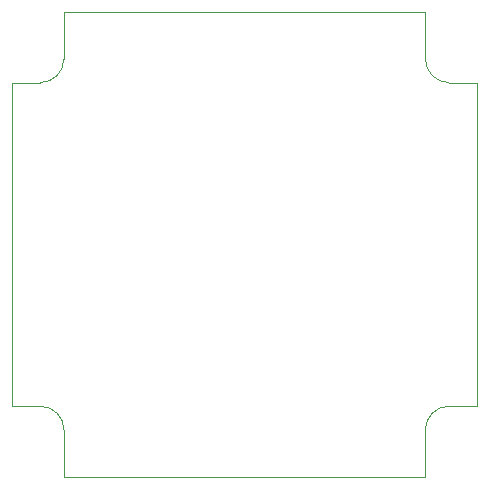
<source format=gm1>
G04 #@! TF.GenerationSoftware,KiCad,Pcbnew,8.0.8*
G04 #@! TF.CreationDate,2025-03-05T20:48:14-06:00*
G04 #@! TF.ProjectId,Incipit11,496e6369-7069-4743-9131-2e6b69636164,A*
G04 #@! TF.SameCoordinates,Original*
G04 #@! TF.FileFunction,Profile,NP*
%FSLAX46Y46*%
G04 Gerber Fmt 4.6, Leading zero omitted, Abs format (unit mm)*
G04 Created by KiCad (PCBNEW 8.0.8) date 2025-03-05 20:48:14*
%MOMM*%
%LPD*%
G01*
G04 APERTURE LIST*
G04 #@! TA.AperFunction,Profile*
%ADD10C,0.050000*%
G04 #@! TD*
G04 APERTURE END LIST*
D10*
X105000000Y-105400000D02*
G75*
G02*
X107000000Y-103400000I2000000J0D01*
G01*
X107000000Y-76000000D02*
G75*
G02*
X105000000Y-74000000I0J2000000D01*
G01*
X105000000Y-74000000D02*
X105000000Y-70000000D01*
X107000000Y-103400000D02*
X109400000Y-103400000D01*
X109400000Y-76000000D02*
X109400000Y-103400000D01*
X72400000Y-103400000D02*
X70000000Y-103400000D01*
X74400000Y-70000000D02*
X105000000Y-70000000D01*
X105000000Y-109400000D02*
X74400000Y-109400000D01*
X74400000Y-74000000D02*
X74400000Y-70000000D01*
X72400000Y-76000000D02*
X70000000Y-76000000D01*
X74400000Y-105400000D02*
X74400000Y-109400000D01*
X105000000Y-105400000D02*
X105000000Y-109400000D01*
X70000000Y-103400000D02*
X70000000Y-76000000D01*
X72400000Y-103400000D02*
G75*
G02*
X74400000Y-105400000I0J-2000000D01*
G01*
X107000000Y-76000000D02*
X109400000Y-76000000D01*
X74400000Y-74000000D02*
G75*
G02*
X72400000Y-76000000I-2000000J0D01*
G01*
M02*

</source>
